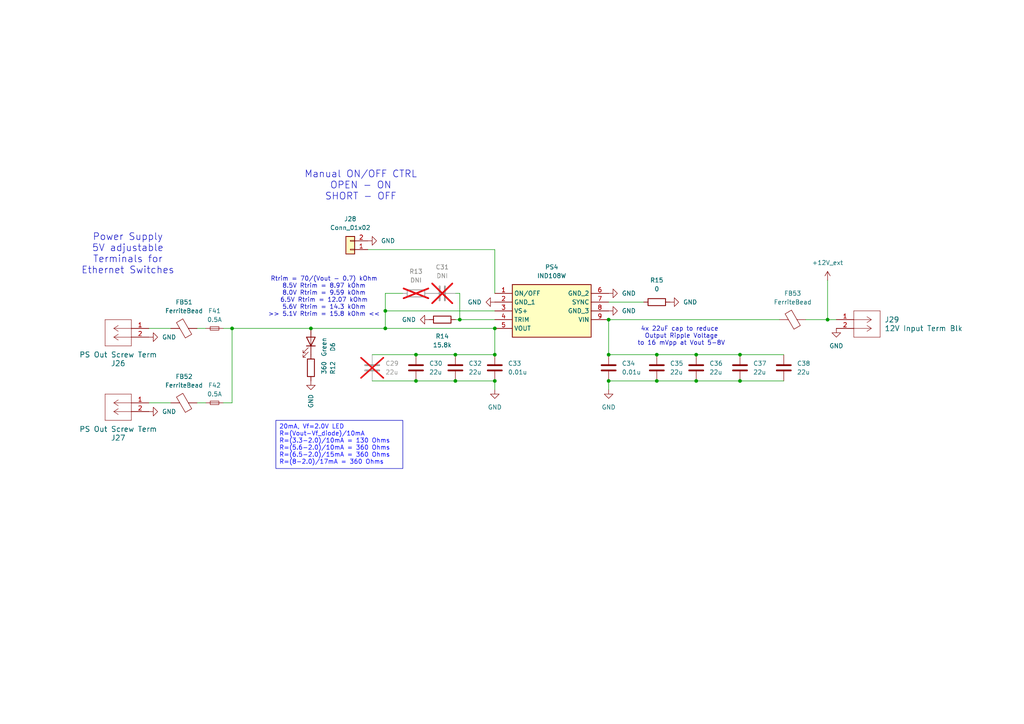
<source format=kicad_sch>
(kicad_sch (version 20231120) (generator "eeschema") (generator_version "8.0")
  (paper "A4")
  (title_block (title "PWR SPLY for Ethernet Switches") (date "2024-04-04") (rev "1.0"))
  (lib_symbols
    (symbol "BCRL_power_supply:IND108W"
      (property "Reference" "PS" (at 29.21 7.62 0))
      (property "Value" "IND108W" (at 29.21 5.08 0))
      (symbol "IND108W_1_1"
        (rectangle (start 5.08 2.54) (end 27.94 -12.7) (stroke (width 0.254)) (fill (type background)))
        (pin passive line (at 0 0 0) (length 5.08) (name "ON/OFF") (number "1"))
        (pin passive line (at 0 -2.54 0) (length 5.08) (name "GND_1") (number "2"))
        (pin passive line (at 0 -5.08 0) (length 5.08) (name "VS+") (number "3"))
        (pin passive line (at 0 -7.62 0) (length 5.08) (name "TRIM") (number "4"))
        (pin passive line (at 0 -10.16 0) (length 5.08) (name "VOUT") (number "5"))
        (pin passive line (at 33.02 0 180) (length 5.08) (name "GND_2") (number "6"))
        (pin passive line (at 33.02 -2.54 180) (length 5.08) (name "SYNC") (number "7"))
        (pin passive line (at 33.02 -5.08 180) (length 5.08) (name "GND_3") (number "8"))
        (pin passive line (at 33.02 -7.62 180) (length 5.08) (name "VIN") (number "9"))
      )
    )
    (symbol "BCRL_power_supply:OSTVN02A150" (pin_names (offset 0.254) hide)
      (property "Reference" "J" (at 8.89 6.35 0))
      (property "Value" "OSTVN02A150" (at 5.08 -6.35 0))
      (symbol "OSTVN02A150_1_1"
        (polyline (pts (xy 5.08 -5.08) (xy 12.7 -5.08)) (stroke (width 0.127)))
        (polyline (pts (xy 5.08 2.54) (xy 5.08 -5.08)) (stroke (width 0.127)))
        (polyline (pts (xy 10.16 -2.54) (xy 5.08 -2.54)) (stroke (width 0.127)))
        (polyline (pts (xy 10.16 -2.54) (xy 8.89 -3.3867)) (stroke (width 0.127)))
        (polyline (pts (xy 10.16 -2.54) (xy 8.89 -1.6933)) (stroke (width 0.127)))
        (polyline (pts (xy 10.16 0) (xy 5.08 0)) (stroke (width 0.127)))
        (polyline (pts (xy 10.16 0) (xy 8.89 -0.8467)) (stroke (width 0.127)))
        (polyline (pts (xy 10.16 0) (xy 8.89 0.8467)) (stroke (width 0.127)))
        (polyline (pts (xy 12.7 -5.08) (xy 12.7 2.54)) (stroke (width 0.127)))
        (polyline (pts (xy 12.7 2.54) (xy 5.08 2.54)) (stroke (width 0.127)))
        (pin unspecified line (at 0 0 0) (length 5.08) (name "1") (number "1"))
        (pin unspecified line (at 0 -2.54 0) (length 5.08) (name "2") (number "2"))
      )
      (symbol "OSTVN02A150_1_2"
        (polyline (pts (xy 5.08 -5.08) (xy 12.7 -5.08)) (stroke (width 0.127)))
        (polyline (pts (xy 5.08 2.54) (xy 5.08 -5.08)) (stroke (width 0.127)))
        (polyline (pts (xy 7.62 -2.54) (xy 5.08 -2.54)) (stroke (width 0.127)))
        (polyline (pts (xy 7.62 -2.54) (xy 8.89 -3.3867)) (stroke (width 0.127)))
        (polyline (pts (xy 7.62 -2.54) (xy 8.89 -1.6933)) (stroke (width 0.127)))
        (polyline (pts (xy 7.62 0) (xy 5.08 0)) (stroke (width 0.127)))
        (polyline (pts (xy 7.62 0) (xy 8.89 -0.8467)) (stroke (width 0.127)))
        (polyline (pts (xy 7.62 0) (xy 8.89 0.8467)) (stroke (width 0.127)))
        (polyline (pts (xy 12.7 -5.08) (xy 12.7 2.54)) (stroke (width 0.127)))
        (polyline (pts (xy 12.7 2.54) (xy 5.08 2.54)) (stroke (width 0.127)))
        (pin unspecified line (at 0 0 0) (length 5.08) (name "1") (number "1"))
        (pin unspecified line (at 0 -2.54 0) (length 5.08) (name "2") (number "2"))
      )
    )
    (symbol "C_1" (pin_numbers hide) (pin_names (offset 0.254) hide)
      (property "Reference" "C" (at 0.635 2.54 0))
      (property "Value" "C" (at 0.635 -2.54 0))
      (symbol "C_1_0_1"
        (polyline (pts (xy -2.032 -0.762) (xy 2.032 -0.762)) (stroke (width 0.508)))
        (polyline (pts (xy -2.032 0.762) (xy 2.032 0.762)) (stroke (width 0.508)))
      )
      (symbol "C_1_1_1"
        (pin passive line (at 0 3.81 270) (length 2.794) (name "~") (number "1"))
        (pin passive line (at 0 -3.81 90) (length 2.794) (name "~") (number "2"))
      )
    )
    (symbol "Connector_Generic:Conn_01x02" (pin_names (offset 1.016) hide)
      (property "Reference" "J" (at 0 2.54 0))
      (property "Value" "Conn_01x02" (at 0 -5.08 0))
      (symbol "Conn_01x02_1_1"
        (rectangle (start -1.27 -2.413) (end 0 -2.667) (stroke (width 0.1524)))
        (rectangle (start -1.27 0.127) (end 0 -0.127) (stroke (width 0.1524)))
        (rectangle (start -1.27 1.27) (end 1.27 -3.81) (stroke (width 0.254)) (fill (type background)))
        (pin passive line (at -5.08 0 0) (length 3.81) (name "Pin_1") (number "1"))
        (pin passive line (at -5.08 -2.54 0) (length 3.81) (name "Pin_2") (number "2"))
      )
    )
    (symbol "Device:C" (pin_numbers hide) (pin_names (offset 0.254))
      (property "Reference" "C" (at 0.635 2.54 0))
      (property "Value" "C" (at 0.635 -2.54 0))
      (symbol "C_0_1"
        (polyline (pts (xy -2.032 -0.762) (xy 2.032 -0.762)) (stroke (width 0.508)))
        (polyline (pts (xy -2.032 0.762) (xy 2.032 0.762)) (stroke (width 0.508)))
      )
      (symbol "C_1_1"
        (pin passive line (at 0 3.81 270) (length 2.794) (name "~") (number "1"))
        (pin passive line (at 0 -3.81 90) (length 2.794) (name "~") (number "2"))
      )
    )
    (symbol "Device:FerriteBead" (pin_numbers hide) (pin_names (offset 0))
      (property "Reference" "FB" (at -3.81 0.635 90))
      (property "Value" "FerriteBead" (at 3.81 0 90))
      (symbol "FerriteBead_0_1"
        (polyline (pts (xy 0 -1.27) (xy 0 -1.2192)))
        (polyline (pts (xy 0 1.27) (xy 0 1.2954)))
        (polyline (pts (xy -2.7686 0.4064) (xy -1.7018 2.2606) (xy 2.7686 -0.3048) (xy 1.6764 -2.159) (xy -2.7686 0.4064)))
      )
      (symbol "FerriteBead_1_1"
        (pin passive line (at 0 3.81 270) (length 2.54) (name "~") (number "1"))
        (pin passive line (at 0 -3.81 90) (length 2.54) (name "~") (number "2"))
      )
    )
    (symbol "Device:Fuse_Small" (pin_numbers hide) (pin_names (offset 0.254) hide)
      (property "Reference" "F" (at 0 -1.524 0))
      (property "Value" "Fuse_Small" (at 0 1.524 0))
      (symbol "Fuse_Small_0_1"
        (rectangle (start -1.27 0.508) (end 1.27 -0.508))
        (polyline (pts (xy -1.27 0) (xy 1.27 0)))
      )
      (symbol "Fuse_Small_1_1"
        (pin passive line (at -2.54 0 0) (length 1.27) (name "~") (number "1"))
        (pin passive line (at 2.54 0 180) (length 1.27) (name "~") (number "2"))
      )
    )
    (symbol "Device:LED" (pin_numbers hide) (pin_names (offset 1.016) hide)
      (property "Reference" "D" (at 0 2.54 0))
      (property "Value" "LED" (at 0 -2.54 0))
      (symbol "LED_0_1"
        (polyline (pts (xy -1.27 -1.27) (xy -1.27 1.27)) (stroke (width 0.254)))
        (polyline (pts (xy -1.27 0) (xy 1.27 0)))
        (polyline (pts (xy 1.27 -1.27) (xy 1.27 1.27) (xy -1.27 0) (xy 1.27 -1.27)) (stroke (width 0.254)))
        (polyline (pts (xy -3.048 -0.762) (xy -4.572 -2.286) (xy -3.81 -2.286) (xy -4.572 -2.286) (xy -4.572 -1.524)))
        (polyline (pts (xy -1.778 -0.762) (xy -3.302 -2.286) (xy -2.54 -2.286) (xy -3.302 -2.286) (xy -3.302 -1.524)))
      )
      (symbol "LED_1_1"
        (pin passive line (at -3.81 0 0) (length 2.54) (name "K") (number "1"))
        (pin passive line (at 3.81 0 180) (length 2.54) (name "A") (number "2"))
      )
    )
    (symbol "Device:R" (pin_numbers hide) (pin_names (offset 0))
      (property "Reference" "R" (at 2.032 0 90))
      (property "Value" "R" (at 0 0 90))
      (symbol "R_0_1"
        (rectangle (start -1.016 -2.54) (end 1.016 2.54) (stroke (width 0.254)))
      )
      (symbol "R_1_1"
        (pin passive line (at 0 3.81 270) (length 1.27) (name "~") (number "1"))
        (pin passive line (at 0 -3.81 90) (length 1.27) (name "~") (number "2"))
      )
    )
    (symbol "GND_1" (power) (pin_numbers hide) (pin_names (offset 0) hide)
      (property "Value" "GND" (at 0 -3.81 0))
      (symbol "GND_1_0_1"
        (polyline (pts (xy 0 0) (xy 0 -1.27) (xy 1.27 -1.27) (xy 0 -2.54) (xy -1.27 -1.27) (xy 0 -1.27)))
      )
      (symbol "GND_1_1_1"
        (pin power_in line (at 0 0 270) (length 0) hide (name "GND") (number "1"))
      )
    )
    (symbol "GND_2" (power) (pin_numbers hide) (pin_names (offset 0) hide)
      (property "Value" "GND" (at 0 -3.81 0))
      (symbol "GND_2_0_1"
        (polyline (pts (xy 0 0) (xy 0 -1.27) (xy 1.27 -1.27) (xy 0 -2.54) (xy -1.27 -1.27) (xy 0 -1.27)))
      )
      (symbol "GND_2_1_1"
        (pin power_in line (at 0 0 270) (length 0) hide (name "GND") (number "1"))
      )
    )
    (symbol "GND_3" (power) (pin_numbers hide) (pin_names (offset 0) hide)
      (property "Value" "GND" (at 0 -3.81 0))
      (symbol "GND_3_0_1"
        (polyline (pts (xy 0 0) (xy 0 -1.27) (xy 1.27 -1.27) (xy 0 -2.54) (xy -1.27 -1.27) (xy 0 -1.27)))
      )
      (symbol "GND_3_1_1"
        (pin power_in line (at 0 0 270) (length 0) hide (name "GND") (number "1"))
      )
    )
    (symbol "GND_4" (power) (pin_numbers hide) (pin_names (offset 0) hide)
      (property "Value" "GND" (at 0 -3.81 0))
      (symbol "GND_4_0_1"
        (polyline (pts (xy 0 0) (xy 0 -1.27) (xy 1.27 -1.27) (xy 0 -2.54) (xy -1.27 -1.27) (xy 0 -1.27)))
      )
      (symbol "GND_4_1_1"
        (pin power_in line (at 0 0 270) (length 0) hide (name "GND") (number "1"))
      )
    )
    (symbol "GND_5" (power) (pin_numbers hide) (pin_names (offset 0) hide)
      (property "Value" "GND" (at 0 -3.81 0))
      (symbol "GND_5_0_1"
        (polyline (pts (xy 0 0) (xy 0 -1.27) (xy 1.27 -1.27) (xy 0 -2.54) (xy -1.27 -1.27) (xy 0 -1.27)))
      )
      (symbol "GND_5_1_1"
        (pin power_in line (at 0 0 270) (length 0) hide (name "GND") (number "1"))
      )
    )
    (symbol "power:+12V" (power) (pin_numbers hide) (pin_names (offset 0) hide)
      (property "Value" "+12V" (at 0 3.556 0))
      (symbol "+12V_0_1"
        (polyline (pts (xy -0.762 1.27) (xy 0 2.54)))
        (polyline (pts (xy 0 0) (xy 0 2.54)))
        (polyline (pts (xy 0 2.54) (xy 0.762 1.27)))
      )
      (symbol "+12V_1_1"
        (pin power_in line (at 0 0 90) (length 0) (name "~") (number "1"))
      )
    )
    (symbol "power:GND" (power) (pin_numbers hide) (pin_names (offset 0) hide)
      (property "Value" "GND" (at 0 -3.81 0))
      (symbol "GND_0_1"
        (polyline (pts (xy 0 0) (xy 0 -1.27) (xy 1.27 -1.27) (xy 0 -2.54) (xy -1.27 -1.27) (xy 0 -1.27)))
      )
      (symbol "GND_1_1"
        (pin power_in line (at 0 0 270) (length 0) hide (name "GND") (number "1"))
      )
    )
  )
  (junction (at 67.31 95.25))
  (junction (at 120.65 110.49))
  (junction (at 143.51 110.49))
  (junction (at 90.17 95.25))
  (junction (at 143.51 102.87))
  (junction (at 240.03 92.71))
  (junction (at 111.76 90.17))
  (junction (at 190.5 102.87))
  (junction (at 214.63 110.49))
  (junction (at 133.35 92.71))
  (junction (at 176.53 102.87))
  (junction (at 120.65 102.87))
  (junction (at 176.53 110.49))
  (junction (at 201.93 102.87))
  (junction (at 214.63 102.87))
  (junction (at 132.08 110.49))
  (junction (at 143.51 95.25))
  (junction (at 132.08 102.87))
  (junction (at 201.93 110.49))
  (junction (at 176.53 92.71))
  (junction (at 111.76 95.25))
  (junction (at 190.5 110.49))
  (wire (pts (xy 143.51 95.25) (xy 143.51 102.87)))
  (wire (pts (xy 133.35 92.71) (xy 143.51 92.71)))
  (wire (pts (xy 67.31 95.25) (xy 90.17 95.25)))
  (wire (pts (xy 111.76 85.09) (xy 111.76 90.17)))
  (wire (pts (xy 214.63 102.87) (xy 227.33 102.87)))
  (wire (pts (xy 143.51 72.39) (xy 143.51 85.09)))
  (wire (pts (xy 176.53 102.87) (xy 190.5 102.87)))
  (wire (pts (xy 240.03 81.28) (xy 240.03 92.71)))
  (wire (pts (xy 132.08 85.09) (xy 133.35 85.09)))
  (wire (pts (xy 57.15 116.84) (xy 59.69 116.84)))
  (wire (pts (xy 43.18 95.25) (xy 49.53 95.25)))
  (wire (pts (xy 120.65 102.87) (xy 132.08 102.87)))
  (wire (pts (xy 120.65 110.49) (xy 132.08 110.49)))
  (wire (pts (xy 43.18 116.84) (xy 49.53 116.84)))
  (wire (pts (xy 143.51 110.49) (xy 143.51 113.03)))
  (wire (pts (xy 176.53 92.71) (xy 226.06 92.71)))
  (wire (pts (xy 201.93 102.87) (xy 214.63 102.87)))
  (wire (pts (xy 64.77 116.84) (xy 67.31 116.84)))
  (wire (pts (xy 176.53 110.49) (xy 190.5 110.49)))
  (wire (pts (xy 201.93 110.49) (xy 214.63 110.49)))
  (wire (pts (xy 90.17 95.25) (xy 111.76 95.25)))
  (wire (pts (xy 132.08 110.49) (xy 143.51 110.49)))
  (wire (pts (xy 132.08 102.87) (xy 143.51 102.87)))
  (wire (pts (xy 240.03 92.71) (xy 242.57 92.71)))
  (wire (pts (xy 143.51 90.17) (xy 111.76 90.17)))
  (wire (pts (xy 214.63 110.49) (xy 227.33 110.49)))
  (wire (pts (xy 176.53 87.63) (xy 186.69 87.63)))
  (wire (pts (xy 176.53 92.71) (xy 176.53 102.87)))
  (wire (pts (xy 64.77 95.25) (xy 67.31 95.25)))
  (wire (pts (xy 233.68 92.71) (xy 240.03 92.71)))
  (wire (pts (xy 67.31 116.84) (xy 67.31 95.25)))
  (wire (pts (xy 116.84 85.09) (xy 111.76 85.09)))
  (wire (pts (xy 190.5 102.87) (xy 201.93 102.87)))
  (wire (pts (xy 57.15 95.25) (xy 59.69 95.25)))
  (wire (pts (xy 111.76 90.17) (xy 111.76 95.25)))
  (wire (pts (xy 107.95 110.49) (xy 120.65 110.49)))
  (wire (pts (xy 106.68 72.39) (xy 143.51 72.39)))
  (wire (pts (xy 111.76 95.25) (xy 143.51 95.25)))
  (wire (pts (xy 132.08 92.71) (xy 133.35 92.71)))
  (wire (pts (xy 107.95 102.87) (xy 120.65 102.87)))
  (wire (pts (xy 133.35 85.09) (xy 133.35 92.71)))
  (wire (pts (xy 176.53 110.49) (xy 176.53 113.03)))
  (wire (pts (xy 190.5 110.49) (xy 201.93 110.49)))
  (text_box "20mA, Vf=2.0V LED \nR=(Vout-Vf_diode)/10mA \nR=(3.3-2.0)/10mA = 130 Ohms  \nR=(5.6-2.0)/10mA = 360 Ohms  \nR=(6.5-2.0)/15mA = 360 Ohms  \nR=(8-2.0)/17mA = 360 Ohms  \n" (at 80.01 121.92 0) (size 36.83 13.97) (effects (font (size 1.27 1.27)) (justify left top)))
  (text "4x 22uF cap to reduce \nOutput Ripple Voltage\nto 16 mVpp at Vout 5-8V" (at 197.612 97.536 0) (effects (font (size 1.27 1.27))))
  (text "Manual ON/OFF CTRL\nOPEN - ON\nSHORT - OFF" (at 104.648 53.848 0) (effects (font (size 2 2))))
  (text "Rtrim = 70/(Vout - 0.7) kOhm\n8.5V Rtrim = 8.97 kOhm\n8.0V Rtrim = 9.59 kOhm\n6.5V Rtrim = 12.07 kOhm\n5.6V Rtrim = 14.3 kOhm\n>> 5.1V Rtrim = 15.8 kOhm <<\n\n\n" (at 93.98 88.138 0) (effects (font (size 1.27 1.27))))
  (text "Power Supply\n5V adjustable\nTerminals for\nEthernet Switches\n" (at 37.084 73.66 0) (effects (font (size 2 2))))
  (symbol (lib_id "Device:FerriteBead") (at 229.87 92.71 270) (mirror x) (unit 1)
    (property "Reference" "FB53" (at 229.9208 85.09 90))
    (property "Value" "FerriteBead" (at 229.9208 87.63 90))
    (property "Footprint" "BCRL_power_supply:BEADC1005X55N" (effects (hide yes)))
    (property "Datasheet" "https://product.tdk.com/system/files/dam/doc/product/emc/emc/suppression-filter/catalog/suppression-filter_commercial_maf1005p_en.pdf" (effects (hide yes)))
    (property "Description" "Ferrite bead 9 mOhm 6A" (effects (hide yes)))
    (property "PN" "MAF1005PAD120CT000" (effects (hide yes)))
    (property "Mfr" "TDK" (effects (hide yes)))
  )
  (symbol (lib_name "C_1") (lib_id "Device:C") (at 128.27 85.09 270) (mirror x) (unit 1) (in_bom no) (dnp yes)
    (property "Reference" "C31" (at 128.27 77.47 90))
    (property "Value" "DNI" (at 128.27 80.01 90))
    (property "Footprint" "Capacitor_SMD:C_0603_1608Metric" (effects (hide yes)))
    (property "Description" "Ctune" (effects (hide yes)))
  )
  (symbol (lib_id "Device:R") (at 90.17 106.68 0) (mirror x) (unit 1)
    (property "Reference" "R12" (at 96.52 106.68 90))
    (property "Value" "360" (at 93.98 106.68 90))
    (property "Footprint" "BCRL_power_supply:RESC1608X50N" (effects (hide yes)))
    (property "Datasheet" "https://www.vishay.com/docs/20035/dcrcwe3.pdf" (effects (hide yes)))
    (property "Description" "1/10 W" (effects (hide yes)))
    (property "PN" "CRCW0603360RJNEA" (effects (hide yes)))
    (property "Mfr" "Vishay" (effects (hide yes)))
  )
  (symbol (lib_name "GND_2") (lib_id "power:GND") (at 176.53 85.09 90) (mirror x) (unit 1)
    (property "Reference" "#PWR0106" (effects (hide yes)))
    (property "Value" "GND" (at 180.34 85.0899 90) (effects (justify right)))
  )
  (symbol (lib_id "power:GND") (at 106.68 69.85 90) (unit 1)
    (property "Reference" "#PWR0102" (effects (hide yes)))
    (property "Value" "GND" (at 110.49 69.8499 90) (effects (justify right)))
  )
  (symbol (lib_id "BCRL_power_supply:OSTVN02A150") (at 43.18 95.25 0) (mirror y) (unit 1)
    (property "Reference" "J26" (at 34.29 105.41 0) (effects (font (size 1.524 1.524))))
    (property "Value" "PS Out Screw Term" (at 34.29 102.87 0) (effects (font (size 1.524 1.524))))
    (property "Footprint" "BCRL_power_supply:CONN_OSTVN02A150_OST" (effects (hide yes)))
    (property "Datasheet" "https://mm.digikey.com/Volume0/opasdata/d220001/medias/docus/1123/OSTVNXXA150.pdf" (effects (hide yes)))
    (property "Description" "2 Screw Terminal" (effects (hide yes)))
    (property "PN" "OSTVN02A150" (effects (hide yes)))
    (property "Mfr" "On Shore Technology Inc." (effects (hide yes)))
  )
  (symbol (lib_id "BCRL_power_supply:IND108W") (at 143.51 85.09 0) (unit 1)
    (property "Reference" "PS4" (at 160.02 77.47 0))
    (property "Value" "IND108W" (at 160.02 80.01 0))
    (property "Footprint" "BCRL_power_supply:IND108W" (effects (hide yes)))
    (property "Datasheet" "https://www.omnionpower.com/assets/pdfs/windchill/data-sheet/ind108w_ds.pdf?nocache=1710831926" (effects (hide yes)))
    (property "Description" "DC/DC 12Vin 3-9V 108W 12A" (effects (hide yes)))
    (property "Height" "10" (effects (hide yes)))
    (property "Manufacturer_Name" "OmniOn Power" (effects (hide yes)))
    (property "Manufacturer_Part_Number" "IND108W" (effects (hide yes)))
    (property "Mfr" "GE" (effects (hide yes)))
    (property "PN" "IND108W" (effects (hide yes)))
  )
  (symbol (lib_id "Device:C") (at 214.63 106.68 0) (unit 1)
    (property "Reference" "C37" (at 218.44 105.4099 0) (effects (justify left)))
    (property "Value" "22u" (at 218.44 107.9499 0) (effects (justify left)))
    (property "Footprint" "BCRL_power_supply:CAPC2012X145N" (effects (hide yes)))
    (property "Datasheet" "https://www.mouser.ca/datasheet/2/281/1/GRM21BR61E226ME44_01A-1986898.pdf" (effects (hide yes)))
    (property "Description" "22 uF 25V " (effects (hide yes)))
    (property "PN" "GRM21BR61E226ME44L" (effects (hide yes)))
    (property "Mfr" "Murata" (effects (hide yes)))
  )
  (symbol (lib_name "GND_4") (lib_id "power:GND") (at 43.18 97.79 90) (mirror x) (unit 1)
    (property "Reference" "#PWR099" (effects (hide yes)))
    (property "Value" "GND" (at 46.99 97.79 90) (effects (justify right)))
  )
  (symbol (lib_id "Device:R") (at 128.27 92.71 90) (mirror x) (unit 1)
    (property "Reference" "R14" (at 128.27 97.536 90))
    (property "Value" "15.8k" (at 128.27 100.076 90))
    (property "Footprint" "BCRL_power_supply:RESC1608X50N" (effects (hide yes)))
    (property "Description" "1/10 W" (effects (hide yes)))
    (property "PN" "CRCW060315K8FKEA" (effects (hide yes)))
    (property "Mfr" "Vishay" (effects (hide yes)))
  )
  (symbol (lib_name "GND_4") (lib_id "power:GND") (at 143.51 87.63 270) (mirror x) (unit 1)
    (property "Reference" "#PWR0104" (effects (hide yes)))
    (property "Value" "GND" (at 139.7 87.6299 90) (effects (justify right)))
  )
  (symbol (lib_id "BCRL_power_supply:OSTVN02A150") (at 43.18 116.84 0) (mirror y) (unit 1)
    (property "Reference" "J27" (at 34.29 127 0) (effects (font (size 1.524 1.524))))
    (property "Value" "PS Out Screw Term" (at 34.29 124.46 0) (effects (font (size 1.524 1.524))))
    (property "Footprint" "BCRL_power_supply:CONN_OSTVN02A150_OST" (effects (hide yes)))
    (property "Datasheet" "https://mm.digikey.com/Volume0/opasdata/d220001/medias/docus/1123/OSTVNXXA150.pdf" (effects (hide yes)))
    (property "Description" "2 Screw Terminal" (effects (hide yes)))
    (property "PN" "OSTVN02A150" (effects (hide yes)))
    (property "Mfr" "On Shore Technology Inc." (effects (hide yes)))
  )
  (symbol (lib_id "Device:Fuse_Small") (at 62.23 116.84 0) (unit 1)
    (property "Reference" "F42" (at 62.23 111.76 0))
    (property "Value" "0.5A" (at 62.23 114.3 0))
    (property "Footprint" "BCRL_power_supply:ERBRE0R50V" (effects (hide yes)))
    (property "Datasheet" "https://www.mouser.ca/datasheet/2/315/AFA0000C7-1025982.pdf" (effects (hide yes)))
    (property "Description" "SMD Fuse 0603" (effects (hide yes)))
    (property "PN" "ERB-RE0R50V" (effects (hide yes)))
    (property "Mfr" "Panasonic" (effects (hide yes)))
  )
  (symbol (lib_name "GND_5") (lib_id "power:GND") (at 143.51 113.03 0) (mirror y) (unit 1)
    (property "Reference" "#PWR0105" (effects (hide yes)))
    (property "Value" "GND" (at 143.51 118.11 0))
  )
  (symbol (lib_id "Device:LED") (at 90.17 99.06 270) (mirror x) (unit 1)
    (property "Reference" "D6" (at 96.52 100.6475 0))
    (property "Value" "Green" (at 93.98 100.6475 0))
    (property "Footprint" "BCRL_power_supply:LEDC1608X80N" (effects (hide yes)))
    (property "Datasheet" "https://www.we-online.com/catalog/datasheet/150060VS75000.pdf" (effects (hide yes)))
    (property "Description" "LED green 20mA Vf=2V" (effects (hide yes)))
    (property "PN" "150060VS75000" (effects (hide yes)))
    (property "Mfr" "Wurth Elektronik" (effects (hide yes)))
  )
  (symbol (lib_id "Device:R") (at 190.5 87.63 270) (mirror x) (unit 1)
    (property "Reference" "R15" (at 190.5 81.28 90))
    (property "Value" "0" (at 190.5 83.82 90))
    (property "Footprint" "BCRL_power_supply:RESC1608X55N" (effects (hide yes)))
    (property "Datasheet" "https://www.vishay.com/docs/20035/dcrcwe3.pdf" (effects (hide yes)))
    (property "Description" "1/10 W" (effects (hide yes)))
    (property "PN" "CRCW06030000Z0EAHP" (effects (hide yes)))
    (property "Mfr" "Vishay" (effects (hide yes)))
  )
  (symbol (lib_id "Device:C") (at 201.93 106.68 0) (unit 1)
    (property "Reference" "C36" (at 205.74 105.4099 0) (effects (justify left)))
    (property "Value" "22u" (at 205.74 107.9499 0) (effects (justify left)))
    (property "Footprint" "BCRL_power_supply:CAPC2012X145N" (effects (hide yes)))
    (property "Datasheet" "https://www.mouser.ca/datasheet/2/281/1/GRM21BR61E226ME44_01A-1986898.pdf" (effects (hide yes)))
    (property "Description" "22 uF 25V " (effects (hide yes)))
    (property "PN" "GRM21BR61E226ME44L" (effects (hide yes)))
    (property "Mfr" "Murata" (effects (hide yes)))
  )
  (symbol (lib_id "Connector_Generic:Conn_01x02") (at 101.6 72.39 180) (unit 1)
    (property "Reference" "J28" (at 101.6 63.5 0))
    (property "Value" "Conn_01x02" (at 101.6 66.04 0))
    (property "Footprint" "BCRL_power_supply:M20-8770242" (effects (hide yes)))
    (property "Datasheet" "https://www.mouser.ca/datasheet/2/181/M20-877-1133516.pdf" (effects (hide yes)))
    (property "Description" "1x2 pin Header SMT, Vertical " (effects (hide yes)))
    (property "PN" "M20-8770242" (effects (hide yes)))
    (property "Mfr" "Harwin" (effects (hide yes)))
  )
  (symbol (lib_id "Device:R") (at 120.65 85.09 90) (unit 1) (in_bom no) (dnp yes)
    (property "Reference" "R13" (at 120.65 78.74 90))
    (property "Value" "DNI" (at 120.65 81.28 90))
    (property "Footprint" "Resistor_SMD:R_0603_1608Metric" (effects (hide yes)))
    (property "Description" "Rtune" (effects (hide yes)))
  )
  (symbol (lib_id "power:GND") (at 242.57 95.25 0) (mirror y) (unit 1)
    (property "Reference" "#PWR0110" (effects (hide yes)))
    (property "Value" "GND" (at 242.57 100.33 0))
  )
  (symbol (lib_id "power:+12V") (at 240.03 81.28 0) (unit 1)
    (property "Reference" "#PWR0335" (effects (hide yes)))
    (property "Value" "+12V_ext" (at 240.03 76.2 0))
    (property "Description" "Power symbol creates a global label with name \"+12V\"" (effects (hide yes)))
  )
  (symbol (lib_id "Device:C") (at 227.33 106.68 0) (unit 1)
    (property "Reference" "C38" (at 231.14 105.4099 0) (effects (justify left)))
    (property "Value" "22u" (at 231.14 107.9499 0) (effects (justify left)))
    (property "Footprint" "BCRL_power_supply:CAPC2012X145N" (effects (hide yes)))
    (property "Datasheet" "https://www.mouser.ca/datasheet/2/281/1/GRM21BR61E226ME44_01A-1986898.pdf" (effects (hide yes)))
    (property "Description" "22 uF 25V " (effects (hide yes)))
    (property "PN" "GRM21BR61E226ME44L" (effects (hide yes)))
    (property "Mfr" "Murata" (effects (hide yes)))
  )
  (symbol (lib_name "GND_3") (lib_id "power:GND") (at 176.53 90.17 90) (mirror x) (unit 1)
    (property "Reference" "#PWR0107" (effects (hide yes)))
    (property "Value" "GND" (at 180.34 90.1699 90) (effects (justify right)))
  )
  (symbol (lib_id "Device:C") (at 120.65 106.68 0) (unit 1)
    (property "Reference" "C30" (at 124.46 105.4099 0) (effects (justify left)))
    (property "Value" "22u" (at 124.46 107.9499 0) (effects (justify left)))
    (property "Footprint" "BCRL_power_supply:CAPC2012X145N" (effects (hide yes)))
    (property "Datasheet" "https://www.mouser.ca/datasheet/2/281/1/GRM21BR61E226ME44_01A-1986898.pdf" (effects (hide yes)))
    (property "Description" "22 uF 25V " (effects (hide yes)))
    (property "PN" "GRM21BR61E226ME44L" (effects (hide yes)))
    (property "Mfr" "Murata" (effects (hide yes)))
  )
  (symbol (lib_id "Device:C") (at 190.5 106.68 0) (unit 1)
    (property "Reference" "C35" (at 194.31 105.4099 0) (effects (justify left)))
    (property "Value" "22u" (at 194.31 107.9499 0) (effects (justify left)))
    (property "Footprint" "BCRL_power_supply:CAPC2012X145N" (effects (hide yes)))
    (property "Datasheet" "https://www.mouser.ca/datasheet/2/281/1/GRM21BR61E226ME44_01A-1986898.pdf" (effects (hide yes)))
    (property "Description" "22 uF 25V " (effects (hide yes)))
    (property "PN" "GRM21BR61E226ME44L" (effects (hide yes)))
    (property "Mfr" "Murata" (effects (hide yes)))
  )
  (symbol (lib_id "power:GND") (at 176.53 113.03 0) (mirror y) (unit 1)
    (property "Reference" "#PWR0108" (effects (hide yes)))
    (property "Value" "GND" (at 176.53 118.11 0))
  )
  (symbol (lib_id "BCRL_power_supply:OSTVN02A150") (at 242.57 92.71 0) (unit 1)
    (property "Reference" "J29" (at 256.54 92.71 0) (effects (font (size 1.524 1.524)) (justify left)))
    (property "Value" "12V Input Term Blk" (at 256.54 95.25 0) (effects (font (size 1.524 1.524)) (justify left)))
    (property "Footprint" "BCRL_power_supply:CONN_OSTVN02A150_OST" (effects (hide yes)))
    (property "Datasheet" "https://mm.digikey.com/Volume0/opasdata/d220001/medias/docus/1123/OSTVNXXA150.pdf" (effects (hide yes)))
    (property "Description" "2 Screw Terminal" (effects (hide yes)))
    (property "PN" "OSTVN02A150" (effects (hide yes)))
    (property "Mfr" "On Shore Technology Inc." (effects (hide yes)))
  )
  (symbol (lib_id "Device:C") (at 132.08 106.68 0) (unit 1)
    (property "Reference" "C32" (at 135.89 105.4099 0) (effects (justify left)))
    (property "Value" "22u" (at 135.89 107.9499 0) (effects (justify left)))
    (property "Footprint" "BCRL_power_supply:CAPC2012X145N" (effects (hide yes)))
    (property "Datasheet" "https://www.mouser.ca/datasheet/2/281/1/GRM21BR61E226ME44_01A-1986898.pdf" (effects (hide yes)))
    (property "Description" "22 uF 25V " (effects (hide yes)))
    (property "PN" "GRM21BR61E226ME44L" (effects (hide yes)))
    (property "Mfr" "Murata" (effects (hide yes)))
  )
  (symbol (lib_id "Device:Fuse_Small") (at 62.23 95.25 0) (unit 1)
    (property "Reference" "F41" (at 62.23 90.17 0))
    (property "Value" "0.5A" (at 62.23 92.71 0))
    (property "Footprint" "BCRL_power_supply:ERBRE0R50V" (effects (hide yes)))
    (property "Datasheet" "https://www.mouser.ca/datasheet/2/315/AFA0000C7-1025982.pdf" (effects (hide yes)))
    (property "Description" "SMD Fuse 0603" (effects (hide yes)))
    (property "PN" "ERB-RE0R50V" (effects (hide yes)))
    (property "Mfr" "Panasonic" (effects (hide yes)))
  )
  (symbol (lib_id "Device:C") (at 176.53 106.68 0) (unit 1)
    (property "Reference" "C34" (at 180.34 105.4099 0) (effects (justify left)))
    (property "Value" "0.01u" (at 180.34 107.9499 0) (effects (justify left)))
    (property "Footprint" "BCRL_power_supply:CAPC1608X90N" (effects (hide yes)))
    (property "Datasheet" "https://www.mouser.ca/datasheet/2/281/1/GRM1885C1E103JA01_01A-1984693.pdf" (effects (hide yes)))
    (property "Description" "0.01 uF 25V" (effects (hide yes)))
    (property "PN" "GRM1885C1E103JA01D" (effects (hide yes)))
    (property "Mfr" "Murata" (effects (hide yes)))
  )
  (symbol (lib_name "GND_1") (lib_id "power:GND") (at 124.46 92.71 270) (mirror x) (unit 1)
    (property "Reference" "#PWR0103" (effects (hide yes)))
    (property "Value" "GND" (at 120.65 92.7099 90) (effects (justify right)))
  )
  (symbol (lib_id "Device:FerriteBead") (at 53.34 116.84 270) (mirror x) (unit 1)
    (property "Reference" "FB52" (at 53.3908 109.22 90))
    (property "Value" "FerriteBead" (at 53.3908 111.76 90))
    (property "Footprint" "BCRL_power_supply:BEADC1005X55N" (effects (hide yes)))
    (property "Datasheet" "https://product.tdk.com/system/files/dam/doc/product/emc/emc/suppression-filter/catalog/suppression-filter_commercial_maf1005p_en.pdf" (effects (hide yes)))
    (property "Description" "Ferrite bead 9 mOhm 6A" (effects (hide yes)))
    (property "PN" "MAF1005PAD120CT000" (effects (hide yes)))
    (property "Mfr" "TDK" (effects (hide yes)))
  )
  (symbol (lib_id "Device:FerriteBead") (at 53.34 95.25 270) (mirror x) (unit 1)
    (property "Reference" "FB51" (at 53.3908 87.63 90))
    (property "Value" "FerriteBead" (at 53.3908 90.17 90))
    (property "Footprint" "BCRL_power_supply:BEADC1005X55N" (effects (hide yes)))
    (property "Datasheet" "https://product.tdk.com/system/files/dam/doc/product/emc/emc/suppression-filter/catalog/suppression-filter_commercial_maf1005p_en.pdf" (effects (hide yes)))
    (property "Description" "Ferrite bead 9 mOhm 6A" (effects (hide yes)))
    (property "PN" "MAF1005PAD120CT000" (effects (hide yes)))
    (property "Mfr" "TDK" (effects (hide yes)))
  )
  (symbol (lib_name "GND_4") (lib_id "power:GND") (at 43.18 119.38 90) (mirror x) (unit 1)
    (property "Reference" "#PWR0100" (effects (hide yes)))
    (property "Value" "GND" (at 46.99 119.38 90) (effects (justify right)))
  )
  (symbol (lib_id "power:GND") (at 90.17 110.49 0) (mirror y) (unit 1)
    (property "Reference" "#PWR0101" (effects (hide yes)))
    (property "Value" "GND" (at 90.17 114.3 90) (effects (justify right)))
  )
  (symbol (lib_id "Device:C") (at 143.51 106.68 0) (unit 1)
    (property "Reference" "C33" (at 147.32 105.4099 0) (effects (justify left)))
    (property "Value" "0.01u" (at 147.32 107.9499 0) (effects (justify left)))
    (property "Footprint" "BCRL_power_supply:CAPC1608X90N" (effects (hide yes)))
    (property "Datasheet" "https://www.mouser.ca/datasheet/2/281/1/GRM1885C1E103JA01_01A-1984693.pdf" (effects (hide yes)))
    (property "Description" "0.01 uF 25V" (effects (hide yes)))
    (property "PN" "GRM1885C1E103JA01D" (effects (hide yes)))
    (property "Mfr" "Murata" (effects (hide yes)))
  )
  (symbol (lib_name "GND_2") (lib_id "power:GND") (at 194.31 87.63 90) (mirror x) (unit 1)
    (property "Reference" "#PWR0109" (effects (hide yes)))
    (property "Value" "GND" (at 198.12 87.6299 90) (effects (justify right)))
  )
  (symbol (lib_id "Device:C") (at 107.95 106.68 0) (unit 1) (in_bom no) (dnp yes)
    (property "Reference" "C29" (at 111.76 105.4099 0) (effects (justify left)))
    (property "Value" "22u" (at 111.76 107.9499 0) (effects (justify left)))
    (property "Footprint" "BCRL_power_supply:CAPC2012X145N" (effects (hide yes)))
    (property "Datasheet" "https://www.mouser.ca/datasheet/2/281/1/GRM21BR61E226ME44_01A-1986898.pdf" (effects (hide yes)))
    (property "Description" "22 uF 25V " (effects (hide yes)))
    (property "PN" "GRM21BR61E226ME44L" (effects (hide yes)))
    (property "Mfr" "Murata" (effects (hide yes)))
  )
)
</source>
